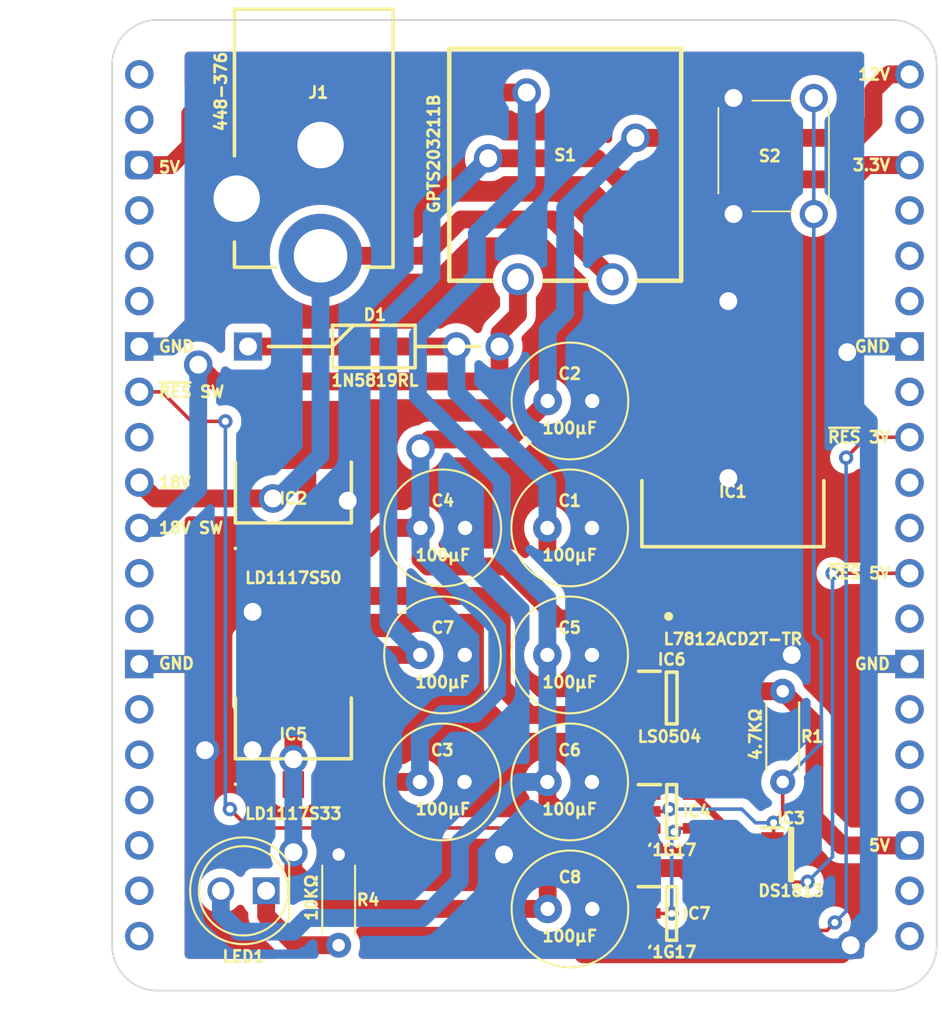
<source format=kicad_pcb>
(kicad_pcb (version 20241229) (generator "pcbnew") (generator_version "9.0")
  (title_block (title "Power and Reset") (date "2025-04-23") (rev "V1"))
  (layers (0 "F.Cu" signal) (2 "B.Cu" signal) (5 "F.SilkS" user "F.Silkscreen") (7 "B.SilkS" user "B.Silkscreen") (1 "F.Mask" user) (3 "B.Mask" user) (25 "Edge.Cuts" user))
  (net 0 "")
  (net 1 "/5V")
  (net 2 "/GND")
  (net 3 "/3.3V")
  (net 4 "/12V")
  (net 7 "Net-(LED1-K)")
  (net 12 "/18V")
  (net 13 "/18V Switched")
  (net 14 "/18V Source")
  (net 37 "/5V Unprotected")
  (net 38 "/~{Reset}_{5V}")
  (net 39 "/~{Reset}_{3.3V}")
  (net 41 "/~{Reset} SW")
  (footprint "SamacSys_Parts:DTS62NV" (layer "F.Cu") (at 33.31 7.822 90)
    (property "Reference" "S2" (at 3.25 2.032 180) (layer "F.SilkS") (effects (font (size 0.635 0.635) (thickness 0.15) (bold yes))))
    (property "Value" "DTS-62N-V" (hide yes))
    (pad "1" thru_hole rect (at 0 0 90) (size 1.575 1.575) (drill 1) (layers "*.Cu" "*.Mask") (net 2 "/GND"))
    (pad "2" thru_hole circle (at 6.5 0 90) (size 1.575 1.575) (drill 1) (layers "*.Cu" "*.Mask") (net 2 "/GND"))
    (pad "3" thru_hole circle (at 0 4.500001 90) (size 1.575 1.575) (drill 1) (layers "*.Cu" "*.Mask") (net 41 "/~{Reset} SW"))
    (pad "4" thru_hole circle (at 6.500001 4.5 90) (size 1.575 1.575) (drill 1) (layers "*.Cu" "*.Mask") (net 41 "/~{Reset} SW"))
  )
  (footprint "SamacSys_Parts:LED_D5.0mm" (layer "F.Cu") (at 7.112 45.72 180)
    (property "Reference" "LED1" (at 1.27 -3.683 180) (layer "F.SilkS") (effects (font (size 0.635 0.635))))
    (property "Value" "LED_Small_Filled")
    (pad "1" thru_hole rect (at 0 0 180) (size 1.5 1.5) (drill 1) (layers "*.Cu" "*.Mask") (net 7 "Net-(LED1-K)"))
    (pad "2" thru_hole circle (at 2.54 0 180) (size 1.5 1.5) (drill 1) (layers "*.Cu" "*.Mask") (net 1 "/5V"))
  )
  (footprint "SamacSys_Parts:CP_Radial_D6.3mm_P2.50mm" (layer "F.Cu") (at 22.892 46.736)
    (property "Reference" "C8" (at 1.25 -1.778 0) (layer "F.SilkS") (effects (font (size 0.635 0.635))))
    (property "Value" "100μF" (at 1.238 1.524 0) (layer "F.SilkS") (effects (font (size 0.635 0.635))))
    (pad "1" thru_hole circle (at 0 0) (size 1.6 1.6) (drill 0.8) (layers "*.Cu" "*.Mask") (net 3 "/3.3V"))
    (pad "2" thru_hole circle (at 2.5 0) (size 1.6 1.6) (drill 0.8) (layers "*.Cu" "*.Mask") (net 2 "/GND"))
  )
  (footprint "SamacSys_Parts:R_Axial_DIN0204_L3.6mm_D1.6mm_P5.08mm_Horizontal" (layer "F.Cu") (at 11.176 43.688 -90)
    (property "Reference" "R4" (at 2.54 -1.651 0) (layer "F.SilkS") (effects (font (size 0.635 0.635))))
    (property "Value" "10KΩ" (at 2.413 1.524 270) (layer "F.SilkS") (effects (font (size 0.635 0.635))))
    (pad "1" thru_hole circle (at 0 0 270) (size 1.4 1.4) (drill 0.7) (layers "*.Cu" "*.Mask") (net 2 "/GND"))
    (pad "2" thru_hole oval (at 5.08 0 270) (size 1.4 1.4) (drill 0.7) (layers "*.Cu" "*.Mask") (net 7 "Net-(LED1-K)"))
  )
  (footprint "SamacSys_Parts:448376" (layer "F.Cu") (at 10.16 -1.066799 90)
    (property "Reference" "J1" (at -2.082799 -0.127 180) (layer "F.SilkS") (effects (font (size 0.635 0.635) (thickness 0.15) (bold yes))))
    (property "Value" "448-376" (at -2.032 -5.588 90) (layer "F.SilkS") (effects (font (size 0.635 0.635))))
    (pad "INNER" thru_hole circle (at -11.2268 0 90) (size 4.7 4.7) (drill 3) (layers "*.Cu" "*.Mask") (net 14 "/18V Source"))
    (pad "SHL1" thru_hole circle (at -8.0268 -4.7 90) (size 4.15 4.15) (drill 2.6) (layers "*.Cu" "*.Mask") (net 2 "/GND"))
    (pad "SHL2" thru_hole circle (at -5.0268 0 90) (size 4.15 4.15) (drill 2.6) (layers "*.Cu" "*.Mask") (net 2 "/GND"))
  )
  (footprint "SamacSys_Parts:SOT95P275X110-5N" (layer "F.Cu") (at 29.845 41.275)
    (property "Reference" "IC4" (at 1.397 0 0) (layer "F.SilkS") (effects (font (size 0.635 0.635))))
    (property "Value" "74LVC1G17GV,125" (hide yes))
    (property "Silkscreen" "'1G17" (at 0 2.159 0) (layer "F.SilkS") (effects (font (size 0.635 0.635))))
    (pad "1" smd rect (at -1.25 -0.95 90) (size 0.6 1.25) (layers "F.Cu" "F.Mask" "F.Paste"))
    (pad "2" smd rect (at -1.25 0 90) (size 0.6 1.25) (layers "F.Cu" "F.Mask" "F.Paste") (net 41 "/~{Reset} SW"))
    (pad "3" smd rect (at -1.25 0.95 90) (size 0.6 1.25) (layers "F.Cu" "F.Mask" "F.Paste") (net 2 "/GND"))
    (pad "4" smd rect (at 1.25 0.95 90) (size 0.6 1.25) (layers "F.Cu" "F.Mask" "F.Paste") (net 38 "/~{Reset}_{5V}"))
    (pad "5" smd rect (at 1.25 -0.95 90) (size 0.6 1.25) (layers "F.Cu" "F.Mask" "F.Paste") (net 1 "/5V"))
  )
  (footprint "SamacSys_Parts:CP_Radial_D6.3mm_P2.50mm" (layer "F.Cu") (at 22.876 39.624)
    (property "Reference" "C6" (at 1.25 -1.778 0) (layer "F.SilkS") (effects (font (size 0.635 0.635))))
    (property "Value" "100μF" (at 1.25 1.524 0) (layer "F.SilkS") (effects (font (size 0.635 0.635))))
    (pad "1" thru_hole circle (at 0 0) (size 1.6 1.6) (drill 0.8) (layers "*.Cu" "*.Mask") (net 1 "/5V"))
    (pad "2" thru_hole circle (at 2.5 0) (size 1.6 1.6) (drill 0.8) (layers "*.Cu" "*.Mask") (net 2 "/GND"))
  )
  (footprint "SamacSys_Parts:DIOAD1414W86L464D238" (layer "F.Cu") (at 6.096 15.24)
    (property "Reference" "D1" (at 7.112 -1.778 0) (layer "F.SilkS") (effects (font (size 0.635 0.635))))
    (property "Value" "1N5819RL" (at 7.112 1.905 0) (layer "F.SilkS") (effects (font (size 0.635 0.635))))
    (pad "1" thru_hole rect (at 0 0) (size 1.575 1.575) (drill 1) (layers "*.Cu" "*.Mask") (net 12 "/18V"))
    (pad "2" thru_hole circle (at 14.1 0) (size 1.575 1.575) (drill 1) (layers "*.Cu" "*.Mask") (net 13 "/18V Switched"))
  )
  (footprint "SamacSys_Parts:LD1117S33C" (layer "F.Cu") (at 8.636 23.368)
    (property "Reference" "IC2" (at 0 0.381 0) (layer "F.SilkS") (effects (font (size 0.635 0.635))))
    (property "Value" "LD1117S50C" (hide yes))
    (property "Silkscreen" "LD1117S50" (at 0 4.826 0) (layer "F.SilkS") (effects (font (size 0.635 0.635))))
    (pad "1" smd rect (at -2.3 3.2) (size 1.2 1.5) (layers "F.Cu" "F.Mask" "F.Paste") (net 2 "/GND"))
    (pad "2" smd rect (at 0 3.2) (size 1.2 1.5) (layers "F.Cu" "F.Mask" "F.Paste") (net 37 "/5V Unprotected"))
    (pad "3" smd rect (at 2.3 3.2) (size 1.2 1.5) (layers "F.Cu" "F.Mask" "F.Paste") (net 4 "/12V"))
    (pad "4" smd rect (at 0 -3.175 90) (size 3.81 5.842) (layers "F.Cu" "F.Mask" "F.Paste") (net 37 "/5V Unprotected"))
  )
  (footprint "SamacSys_Parts:CP_Radial_D6.3mm_P2.50mm" (layer "F.Cu") (at 15.748 32.512)
    (property "Reference" "C7" (at 1.27 -1.524 0) (layer "F.SilkS") (effects (font (size 0.635 0.635))))
    (property "Value" "100μF" (at 1.25 1.524 0) (layer "F.SilkS") (effects (font (size 0.635 0.635))))
    (pad "1" thru_hole circle (at 0 0) (size 1.6 1.6) (drill 0.8) (layers "*.Cu" "*.Mask") (net 3 "/3.3V"))
    (pad "2" thru_hole circle (at 2.5 0) (size 1.6 1.6) (drill 0.8) (layers "*.Cu" "*.Mask") (net 2 "/GND"))
  )
  (footprint "SamacSys_Parts:CP_Radial_D6.3mm_P2.50mm" (layer "F.Cu") (at 22.876 25.4)
    (property "Reference" "C1" (at 1.254 -1.524 0) (layer "F.SilkS") (effects (font (size 0.635 0.635))))
    (property "Value" "100μF" (at 1.25 1.524 0) (layer "F.SilkS") (effects (font (size 0.635 0.635))))
    (pad "1" thru_hole circle (at 0 0) (size 1.6 1.6) (drill 0.8) (layers "*.Cu" "*.Mask") (net 12 "/18V"))
    (pad "2" thru_hole circle (at 2.5 0) (size 1.6 1.6) (drill 0.8) (layers "*.Cu" "*.Mask") (net 2 "/GND"))
  )
  (footprint "SamacSys_Parts:R_Axial_DIN0204_L3.6mm_D1.6mm_P5.08mm_Horizontal" (layer "F.Cu") (at 36.068 34.544 -90)
    (property "Reference" "R1" (at 2.54 -1.651 0) (layer "F.SilkS") (effects (font (size 0.635 0.635))))
    (property "Value" "4.7KΩ" (at 2.413 1.524 270) (layer "F.SilkS") (effects (font (size 0.635 0.635))))
    (pad "1" thru_hole circle (at 0 0 270) (size 1.4 1.4) (drill 0.7) (layers "*.Cu" "*.Mask") (net 1 "/5V"))
    (pad "2" thru_hole oval (at 5.08 0 270) (size 1.4 1.4) (drill 0.7) (layers "*.Cu" "*.Mask") (net 41 "/~{Reset} SW"))
  )
  (footprint "SamacSys_Parts:SOT95P237X112-3N" (layer "F.Cu") (at 36.542 43.688)
    (property "Reference" "IC3" (at 0 -2.032 0) (layer "F.SilkS") (effects (font (size 0.635 0.635))))
    (property "Value" "DS1813R-10+T&R" (hide yes))
    (fp_text user "${Silkscreen}" (at 0 2.032 0) (layer "F.SilkS") (effects (font (size 0.635 0.635))))
    (pad "1" smd rect (at -1.05 -0.95 90) (size 0.6 1.25) (layers "F.Cu" "F.Mask" "F.Paste") (net 41 "/~{Reset} SW"))
    (pad "2" smd rect (at -1.05 0.95 90) (size 0.6 1.25) (layers "F.Cu" "F.Mask" "F.Paste") (net 1 "/5V"))
    (pad "3" smd rect (at 1.05 0 90) (size 0.6 1.25) (layers "F.Cu" "F.Mask" "F.Paste") (net 2 "/GND"))
  )
  (footprint "SamacSys_Parts:CP_Radial_D6.3mm_P2.50mm" (layer "F.Cu") (at 22.876 32.512)
    (property "Reference" "C5" (at 1.25 -1.524 0) (layer "F.SilkS") (effects (font (size 0.635 0.635))))
    (property "Value" "100μF" (at 1.254 1.524 0) (layer "F.SilkS") (effects (font (size 0.635 0.635))))
    (pad "1" thru_hole circle (at 0 0) (size 1.6 1.6) (drill 0.8) (layers "*.Cu" "*.Mask") (net 1 "/5V"))
    (pad "2" thru_hole circle (at 2.5 0) (size 1.6 1.6) (drill 0.8) (layers "*.Cu" "*.Mask") (net 2 "/GND"))
  )
  (footprint "SamacSys_Parts:GPTS203211B" (layer "F.Cu") (at 23.876 11.557 -90)
    (property "Reference" "S1" (at -7.033 0 0) (layer "F.SilkS") (effects (font (size 0.635 0.635) (thickness 0.15) (bold yes))))
    (property "Value" "GPTS203211B" (hide yes))
    (fp_text user "${Silkscreen}" (at -7.112 7.366 270) (layer "F.SilkS") (effects (font (size 0.635 0.635))))
    (pad "1" thru_hole circle (at -0.081 2.65 270) (size 1.8 1.8) (drill 1.2) (layers "*.Cu" "*.Mask") (net 13 "/18V Switched"))
    (pad "2" thru_hole circle (at -0.081 -2.65 270) (size 1.8 1.8) (drill 1.2) (layers "*.Cu" "*.Mask") (net 14 "/18V Source"))
  )
  (footprint "SamacSys_Parts:SIP_20_Pins" (layer "F.Cu") (at 0 0)
    (property "Reference" "J2" (hide yes))
    (property "Value" "Conn_01x20" (hide yes))
    (pad "1" thru_hole circle (at 0 0) (size 1.6 1.6) (drill 1) (layers "*.Cu" "*.Mask"))
    (pad "2" thru_hole oval (at 0 2.54) (size 1.6 1.6) (drill 1) (layers "*.Cu" "*.Mask"))
    (pad "3" thru_hole roundrect (at 0 5.08) (size 1.6 1.6) (drill 1) (layers "*.Cu" "*.Mask") (net 1 "/5V"))
    (pad "4" thru_hole oval (at 0 7.62) (size 1.6 1.6) (drill 1) (layers "*.Cu" "*.Mask"))
    (pad "5" thru_hole oval (at 0 10.16) (size 1.6 1.6) (drill 1) (layers "*.Cu" "*.Mask"))
    (pad "6" thru_hole oval (at 0 12.7) (size 1.6 1.6) (drill 1) (layers "*.Cu" "*.Mask"))
    (pad "7" thru_hole rect (at 0 15.24) (size 1.6 1.6) (drill 1) (layers "*.Cu" "*.Mask") (net 2 "/GND"))
    (pad "8" thru_hole oval (at 0 17.78) (size 1.6 1.6) (drill 1) (layers "*.Cu" "*.Mask") (net 41 "/~{Reset} SW"))
    (pad "9" thru_hole oval (at 0 20.32) (size 1.6 1.6) (drill 1) (layers "*.Cu" "*.Mask"))
    (pad "10" thru_hole oval (at 0 22.86) (size 1.6 1.6) (drill 1) (layers "*.Cu" "*.Mask") (net 14 "/18V Source"))
    (pad "11" thru_hole oval (at 0 25.4) (size 1.6 1.6) (drill 1) (layers "*.Cu" "*.Mask") (net 13 "/18V Switched"))
    (pad "12" thru_hole oval (at 0 27.94) (size 1.6 1.6) (drill 1) (layers "*.Cu" "*.Mask"))
    (pad "13" thru_hole oval (at 0 30.48) (size 1.6 1.6) (drill 1) (layers "*.Cu" "*.Mask"))
    (pad "14" thru_hole rect (at 0 33.02) (size 1.6 1.6) (drill 1) (layers "*.Cu" "*.Mask") (net 2 "/GND"))
    (pad "15" thru_hole oval (at 0 35.56) (size 1.6 1.6) (drill 1) (layers "*.Cu" "*.Mask"))
    (pad "16" thru_hole oval (at 0 38.1) (size 1.6 1.6) (drill 1) (layers "*.Cu" "*.Mask"))
    (pad "17" thru_hole oval (at 0 40.64) (size 1.6 1.6) (drill 1) (layers "*.Cu" "*.Mask"))
    (pad "18" thru_hole oval (at 0 43.18) (size 1.6 1.6) (drill 1) (layers "*.Cu" "*.Mask"))
    (pad "19" thru_hole oval (at 0 45.72) (size 1.6 1.6) (drill 1) (layers "*.Cu" "*.Mask"))
    (pad "20" thru_hole oval (at 0 48.26) (size 1.6 1.6) (drill 1) (layers "*.Cu" "*.Mask"))
  )
  (footprint "SamacSys_Parts:CP_Radial_D6.3mm_P2.50mm" (layer "F.Cu") (at 15.764 25.4)
    (property "Reference" "C4" (at 1.254 -1.524 0) (layer "F.SilkS") (effects (font (size 0.635 0.635))))
    (property "Value" "100μF" (at 1.25 1.524 0) (layer "F.SilkS") (effects (font (size 0.635 0.635))))
    (pad "1" thru_hole circle (at 0 0) (size 1.6 1.6) (drill 0.8) (layers "*.Cu" "*.Mask") (net 4 "/12V"))
    (pad "2" thru_hole circle (at 2.5 0) (size 1.6 1.6) (drill 0.8) (layers "*.Cu" "*.Mask") (net 2 "/GND"))
  )
  (footprint "SamacSys_Parts:CP_Radial_D6.3mm_P2.50mm" (layer "F.Cu") (at 15.732 39.624)
    (property "Reference" "C3" (at 1.25 -1.778 0) (layer "F.SilkS") (effects (font (size 0.635 0.635))))
    (property "Value" "100μF" (at 1.286 1.524 0) (layer "F.SilkS") (effects (font (size 0.635 0.635))))
    (pad "1" thru_hole circle (at 0 0) (size 1.6 1.6) (drill 0.8) (layers "*.Cu" "*.Mask") (net 4 "/12V"))
    (pad "2" thru_hole circle (at 2.5 0) (size 1.6 1.6) (drill 0.8) (layers "*.Cu" "*.Mask") (net 2 "/GND"))
  )
  (footprint "SamacSys_Parts:LD1117S33C" (layer "F.Cu") (at 8.636 36.576)
    (property "Reference" "IC5" (at 0 0.381 0) (layer "F.SilkS") (effects (font (size 0.635 0.635))))
    (property "Value" "LD1117S33C" (hide yes))
    (property "Silkscreen" "LD1117S33" (at 0 4.826 0) (layer "F.SilkS") (effects (font (size 0.635 0.635))))
    (pad "1" smd rect (at -2.3 3.2) (size 1.2 1.5) (layers "F.Cu" "F.Mask" "F.Paste") (net 2 "/GND"))
    (pad "2" smd rect (at 0 3.2) (size 1.2 1.5) (layers "F.Cu" "F.Mask" "F.Paste") (net 3 "/3.3V"))
    (pad "3" smd rect (at 2.3 3.2) (size 1.2 1.5) (layers "F.Cu" "F.Mask" "F.Paste") (net 4 "/12V"))
    (pad "4" smd rect (at 0 -3.175 90) (size 3.81 5.842) (layers "F.Cu" "F.Mask" "F.Paste") (net 3 "/3.3V"))
  )
  (footprint "SamacSys_Parts:SIP_20_Pins" (layer "F.Cu") (at 43.18 48.26 180)
    (property "Reference" "J3" (hide yes))
    (property "Value" "Conn_01x20" (hide yes))
    (pad "1" thru_hole circle (at 0 0 180) (size 1.6 1.6) (drill 1) (layers "*.Cu" "*.Mask"))
    (pad "2" thru_hole oval (at 0 2.54 180) (size 1.6 1.6) (drill 1) (layers "*.Cu" "*.Mask"))
    (pad "3" thru_hole roundrect (at 0 5.08 180) (size 1.6 1.6) (drill 1) (layers "*.Cu" "*.Mask") (net 1 "/5V"))
    (pad "4" thru_hole oval (at 0 7.62 180) (size 1.6 1.6) (drill 1) (layers "*.Cu" "*.Mask"))
    (pad "5" thru_hole oval (at 0 10.16 180) (size 1.6 1.6) (drill 1) (layers "*.Cu" "*.Mask"))
    (pad "6" thru_hole oval (at 0 12.7 180) (size 1.6 1.6) (drill 1) (layers "*.Cu" "*.Mask"))
    (pad "7" thru_hole rect (at 0 15.24 180) (size 1.6 1.6) (drill 1) (layers "*.Cu" "*.Mask") (net 2 "/GND"))
    (pad "8" thru_hole oval (at 0 17.78 180) (size 1.6 1.6) (drill 1) (layers "*.Cu" "*.Mask"))
    (pad "9" thru_hole oval (at 0 20.32 180) (size 1.6 1.6) (drill 1) (layers "*.Cu" "*.Mask") (net 38 "/~{Reset}_{5V}"))
    (pad "10" thru_hole oval (at 0 22.86 180) (size 1.6 1.6) (drill 1) (layers "*.Cu" "*.Mask"))
    (pad "11" thru_hole oval (at 0 25.4 180) (size 1.6 1.6) (drill 1) (layers "*.Cu" "*.Mask"))
    (pad "12" thru_hole oval (at 0 27.94 180) (size 1.6 1.6) (drill 1) (layers "*.Cu" "*.Mask") (net 39 "/~{Reset}_{3.3V}"))
    (pad "13" thru_hole oval (at 0 30.48 180) (size 1.6 1.6) (drill 1) (layers "*.Cu" "*.Mask"))
    (pad "14" thru_hole rect (at 0 33.02 180) (size 1.6 1.6) (drill 1) (layers "*.Cu" "*.Mask") (net 2 "/GND"))
    (pad "15" thru_hole oval (at 0 35.56 180) (size 1.6 1.6) (drill 1) (layers "*.Cu" "*.Mask"))
    (pad "16" thru_hole oval (at 0 38.1 180) (size 1.6 1.6) (drill 1) (layers "*.Cu" "*.Mask"))
    (pad "17" thru_hole oval (at 0 40.64 180) (size 1.6 1.6) (drill 1) (layers "*.Cu" "*.Mask"))
    (pad "18" thru_hole oval (at 0 43.18 180) (size 1.6 1.6) (drill 1) (layers "*.Cu" "*.Mask") (net 3 "/3.3V"))
    (pad "19" thru_hole oval (at 0 45.72 180) (size 1.6 1.6) (drill 1) (layers "*.Cu" "*.Mask"))
    (pad "20" thru_hole oval (at 0 48.26 180) (size 1.6 1.6) (drill 1) (layers "*.Cu" "*.Mask") (net 4 "/12V"))
  )
  (footprint "SamacSys_Parts:CP_Radial_D6.3mm_P2.50mm" (layer "F.Cu") (at 22.891999 18.288)
    (property "Reference" "C2" (at 1.238001 -1.524 0) (layer "F.SilkS") (effects (font (size 0.635 0.635))))
    (property "Value" "100μF" (at 1.238001 1.524 0) (layer "F.SilkS") (effects (font (size 0.635 0.635))))
    (pad "1" thru_hole circle (at 0 0) (size 1.6 1.6) (drill 0.8) (layers "*.Cu" "*.Mask") (net 4 "/12V"))
    (pad "2" thru_hole circle (at 2.5 0) (size 1.6 1.6) (drill 0.8) (layers "*.Cu" "*.Mask") (net 2 "/GND"))
  )
  (footprint "SamacSys_Parts:SOT95P280X145-3N" (layer "F.Cu") (at 29.845 34.925)
    (property "Reference" "IC6" (at 0 -2.159 0) (layer "F.SilkS") (effects (font (size 0.635 0.635))))
    (property "Value" "LS0504EVT233" (hide yes))
    (property "Silkscreen" "LS0504" (at -0.127 2.159 0) (layer "F.SilkS") (effects (font (size 0.635 0.635))))
    (pad "1" smd rect (at -1.25 -0.95 90) (size 0.6 1.2) (layers "F.Cu" "F.Mask" "F.Paste") (net 2 "/GND"))
    (pad "2" smd rect (at -1.25 0.95 90) (size 0.6 1.2) (layers "F.Cu" "F.Mask" "F.Paste") (net 37 "/5V Unprotected"))
    (pad "3" smd rect (at 1.25 0 90) (size 0.6 1.2) (layers "F.Cu" "F.Mask" "F.Paste") (net 1 "/5V"))
  )
  (footprint "SamacSys_Parts:SOT95P275X110-5N" (layer "F.Cu") (at 29.845 46.99)
    (property "Reference" "IC7" (at 1.397 0 0) (layer "F.SilkS") (effects (font (size 0.635 0.635))))
    (property "Value" "74LVC1G17GV,125" (hide yes))
    (property "Silkscreen" "'1G17" (at 0 2.159 0) (layer "F.SilkS") (effects (font (size 0.635 0.635))))
    (pad "1" smd rect (at -1.25 -0.95 90) (size 0.6 1.25) (layers "F.Cu" "F.Mask" "F.Paste"))
    (pad "2" smd rect (at -1.25 0 90) (size 0.6 1.25) (layers "F.Cu" "F.Mask" "F.Paste") (net 38 "/~{Reset}_{5V}"))
    (pad "3" smd rect (at -1.25 0.95 90) (size 0.6 1.25) (layers "F.Cu" "F.Mask" "F.Paste") (net 2 "/GND"))
    (pad "4" smd rect (at 1.25 0.95 90) (size 0.6 1.25) (layers "F.Cu" "F.Mask" "F.Paste") (net 39 "/~{Reset}_{3.3V}"))
    (pad "5" smd rect (at 1.25 -0.95 90) (size 0.6 1.25) (layers "F.Cu" "F.Mask" "F.Paste") (net 3 "/3.3V"))
  )
  (footprint "SamacSys_Parts:TO254P1542X460-3N" (layer "F.Cu") (at 33.274 22.352)
    (property "Reference" "IC1" (at 0 1.016 180) (layer "F.SilkS") (effects (font (size 0.635 0.635))))
    (property "Value" "L7812ACD2T-TR" (hide yes))
    (property "Silkscreen" "L7812ACD2T-TR" (at 0 9.271 180) (layer "F.SilkS") (effects (font (size 0.635 0.635))))
    (pad "1" smd rect (at -2.4215 6.4 180) (size 1.287 3.75) (layers "F.Cu" "F.Mask" "F.Paste") (net 12 "/18V"))
    (pad "2" smd rect (at 0.0085 6.35 180) (size 1.033 1.89) (layers "F.Cu" "F.Mask" "F.Paste"))
    (pad "3" smd rect (at 2.4215 6.4 180) (size 1.287 3.75) (layers "F.Cu" "F.Mask" "F.Paste") (net 4 "/12V"))
    (pad "4" smd rect (at 0 -4.1 90) (size 8.3 10.5) (layers "F.Cu" "F.Mask" "F.Paste") (net 2 "/GND"))
  )
  (footprint "SamacSys_Parts:PinHeader_1x20_P2.54mm_Vertical" (layer "B.Cu") (at 0 0 180)
    (property "Reference" "J4" (hide yes))
    (property "Value" "Pin_Header_01x20" (hide yes))
  )
  (footprint "SamacSys_Parts:PinHeader_1x20_P2.54mm_Vertical" (layer "B.Cu") (at 43.18 0 180)
    (property "Reference" "J5" (hide yes))
    (property "Value" "Pin_Header_01x20" (hide yes))
  )
  (gr_arc (start -1.524 -0.508) (mid -0.780051 -2.304051) (end 1.016 -3.048) (stroke (width 0.1)) (layer "Edge.Cuts"))
  (gr_line (start -1.524 -0.508) (end -1.524 48.768) (stroke (width 0.1)) (layer "Edge.Cuts"))
  (gr_arc (start 1.016 51.308) (mid -0.780051 50.564051) (end -1.524 48.768) (stroke (width 0.1)) (layer "Edge.Cuts"))
  (gr_arc (start 44.704 48.768) (mid 43.960051 50.564051) (end 42.164 51.308) (stroke (width 0.1)) (layer "Edge.Cuts"))
  (gr_line (start 42.164 51.308) (end 1.016 51.308) (stroke (width 0.1)) (layer "Edge.Cuts"))
  (gr_line (start 42.164 -3.048) (end 1.016 -3.048) (stroke (width 0.1)) (layer "Edge.Cuts"))
  (gr_arc (start 42.164 -3.048) (mid 43.960022 -2.304022) (end 44.704 -0.508) (stroke (width 0.1)) (layer "Edge.Cuts"))
  (gr_line (start 44.704 -0.508) (end 44.704 48.768) (stroke (width 0.1)) (layer "Edge.Cuts"))
  (gr_text "3.3V" (at 42.164 5.08 0) (layer "F.SilkS") (effects (font (size 0.635 0.635) (thickness 0.15) (bold yes)) (justify right)))
  (gr_text "~{RES} SW" (at 1.016 17.78 0) (layer "F.SilkS") (effects (font (size 0.635 0.635) (thickness 0.15) (bold yes)) (justify left)))
  (gr_text "GND" (at 42.164 15.24 0) (layer "F.SilkS") (effects (font (size 0.635 0.635) (thickness 0.15) (bold yes)) (justify right)))
  (gr_text "18V SW" (at 1.016 25.4 0) (layer "F.SilkS") (effects (font (size 0.635 0.635) (thickness 0.15) (bold yes)) (justify left)))
  (gr_text "5V" (at 42.164 43.18 0) (layer "F.SilkS") (effects (font (size 0.635 0.635) (thickness 0.15) (bold yes)) (justify right)))
  (gr_text "12V" (at 42.164 0 0) (layer "F.SilkS") (effects (font (size 0.635 0.635) (thickness 0.15) (bold yes)) (justify right)))
  (gr_text "18V" (at 1.016 22.86 0) (layer "F.SilkS") (effects (font (size 0.635 0.635) (thickness 0.15) (bold yes)) (justify left)))
  (gr_text "~{RES} 5V" (at 42.164 27.94 0) (layer "F.SilkS") (effects (font (size 0.635 0.635) (thickness 0.15) (bold yes)) (justify right)))
  (gr_text "GND" (at 42.164 33.02 0) (layer "F.SilkS") (effects (font (size 0.635 0.635) (thickness 0.15) (bold yes)) (justify right)))
  (gr_text "5V" (at 1.016 5.207 0) (layer "F.SilkS") (effects (font (size 0.635 0.635) (thickness 0.15) (bold yes)) (justify left)))
  (gr_text "GND" (at 1.016 15.24 0) (layer "F.SilkS") (effects (font (size 0.635 0.635) (thickness 0.15) (bold yes)) (justify left)))
  (gr_text "GND" (at 1.016 32.9946 0) (layer "F.SilkS") (effects (font (size 0.635 0.635) (thickness 0.15) (bold yes)) (justify left)))
  (gr_text "~{RES} 3V" (at 42.164 20.32 0) (layer "F.SilkS") (effects (font (size 0.635 0.635) (thickness 0.15) (bold yes)) (justify right)))
  (segment (start 37.846 36.322) (end 36.068 34.544) (width 1) (layer "F.Cu") (net 1))
  (segment (start 31.095 40.325) (end 31.095 38.227) (width 0.38) (layer "F.Cu") (net 1))
  (segment (start 4.064 1.016) (end 21.717004 1.016) (width 1) (layer "F.Cu") (net 1))
  (segment (start 0 5.08) (end 1.778 5.08) (width 1) (layer "F.Cu") (net 1))
  (segment (start 39.37 43.18) (end 39.37 43.141) (width 1) (layer "F.Cu") (net 1))
  (segment (start 1.778 5.08) (end 2.8575 4.0005) (width 1) (layer "F.Cu") (net 1))
  (segment (start 2.8575 4.0005) (end 2.8575 2.2225) (width 1) (layer "F.Cu") (net 1))
  (segment (start 26.162 41.148) (end 27.178 40.132) (width 1) (layer "F.Cu") (net 1))
  (segment (start 32.639 34.925) (end 33.02 34.544) (width 1) (layer "F.Cu") (net 1))
  (segment (start 2.8575 2.2225) (end 4.064 1.016) (width 1) (layer "F.Cu") (net 1))
  (segment (start 27.178 38.862) (end 27.813 38.227) (width 1) (layer "F.Cu") (net 1))
  (segment (start 27.813 38.227) (end 31.095 38.227) (width 1) (layer "F.Cu") (net 1))
  (segment (start 31.095 34.925) (end 32.639 34.925) (width 1) (layer "F.Cu") (net 1))
  (segment (start 43.18 43.18) (end 39.37 43.18) (width 1) (layer "F.Cu") (net 1))
  (segment (start 39.37 43.141) (end 37.846 41.617) (width 1) (layer "F.Cu") (net 1))
  (segment (start 22.876 39.624) (end 22.876 40.656) (width 1) (layer "F.Cu") (net 1))
  (segment (start 22.876 40.656) (end 23.368 41.148) (width 1) (layer "F.Cu") (net 1))
  (segment (start 27.178 40.132) (end 27.178 38.862) (width 1) (layer "F.Cu") (net 1))
  (segment (start 37.846 41.617) (end 37.846 36.322) (width 1) (layer "F.Cu") (net 1))
  (segment (start 35.408 44.638) (end 31.095 40.325) (width 0.38) (layer "F.Cu") (net 1))
  (segment (start 23.368 41.148) (end 26.162 41.148) (width 1) (layer "F.Cu") (net 1))
  (segment (start 31.095 34.925) (end 31.095 38.227) (width 1) (layer "F.Cu") (net 1))
  (segment (start 36.068 34.544) (end 33.02 34.544) (width 1) (layer "F.Cu") (net 1))
  (via (at 21.717004 1.016) (size 1.6) (drill 1) (layers "F.Cu" "B.Cu") (net 1))
  (segment (start 22.876 29.353) (end 20.32 26.797) (width 1) (layer "B.Cu") (net 1))
  (segment (start 22.876 32.512) (end 22.876 29.353) (width 1) (layer "B.Cu") (net 1))
  (segment (start 21.717004 6.095996) (end 21.717004 1.016) (width 1) (layer "B.Cu") (net 1))
  (segment (start 20.32 22.733) (end 15.621 18.034) (width 1) (layer "B.Cu") (net 1))
  (segment (start 18.923 8.89) (end 21.717004 6.095996) (width 1) (layer "B.Cu") (net 1))
  (segment (start 21.336 39.624) (end 22.876 39.624) (width 1) (layer "B.Cu") (net 1))
  (segment (start 5.588 48.006) (end 8.636 48.006) (width 1) (layer "B.Cu") (net 1))
  (segment (start 9.398 47.244) (end 15.875 47.244) (width 1) (layer "B.Cu") (net 1))
  (segment (start 8.636 48.006) (end 9.398 47.244) (width 1) (layer "B.Cu") (net 1))
  (segment (start 17.9705 42.9895) (end 21.336 39.624) (width 1) (layer "B.Cu") (net 1))
  (segment (start 22.876 39.624) (end 22.876 32.512) (width 1) (layer "B.Cu") (net 1))
  (segment (start 4.572 45.72) (end 4.572 46.99) (width 1) (layer "B.Cu") (net 1))
  (segment (start 20.32 26.797) (end 20.32 22.733) (width 1) (layer "B.Cu") (net 1))
  (segment (start 4.572 46.99) (end 5.588 48.006) (width 1) (layer "B.Cu") (net 1))
  (segment (start 15.621 18.034) (end 15.621 14.605) (width 1) (layer "B.Cu") (net 1))
  (segment (start 15.875 47.244) (end 17.9705 45.1485) (width 1) (layer "B.Cu") (net 1))
  (segment (start 15.621 14.605) (end 18.923 11.303) (width 1) (layer "B.Cu") (net 1))
  (segment (start 17.9705 45.1485) (end 17.9705 42.9895) (width 1) (layer "B.Cu") (net 1))
  (segment (start 18.923 11.303) (end 18.923 8.89) (width 1) (layer "B.Cu") (net 1))
  (segment (start 38.608 44.704) (end 37.592 43.688) (width 0.38) (layer "F.Cu") (net 2))
  (segment (start 25.376 39.624) (end 25.376 38.632) (width 0.38) (layer "F.Cu") (net 2))
  (segment (start 1.772415 15.24) (end 5.46 11.552415) (width 1) (layer "F.Cu") (net 2))
  (segment (start 33.02 22.606) (end 33.02 24.257) (width 1) (layer "F.Cu") (net 2))
  (segment (start 33.31 1.322) (end 24.713 1.322) (width 1) (layer "F.Cu") (net 2))
  (segment (start 33.02 24.257) (end 31.877 25.4) (width 1) (layer "F.Cu") (net 2))
  (segment (start 33.31 7.822) (end 25.856 7.822) (width 1) (layer "F.Cu") (net 2))
  (segment (start 28.194 49.276) (end 24.892 49.276) (width 1) (layer "F.Cu") (net 2))
  (segment (start 4.572 30.099) (end 6.35 30.099) (width 1) (layer "F.Cu") (net 2))
  (segment (start 32.004 43.434) (end 32.766 44.196) (width 0.38) (layer "F.Cu") (net 2))
  (segment (start 39.878 48.768) (end 39.37 49.276) (width 1) (layer "F.Cu") (net 2))
  (segment (start 6.35 37.846) (end 6.35 39.762) (width 1) (layer "F.Cu") (net 2))
  (segment (start 6.336 30.085) (end 6.35 30.099) (width 1) (layer "F.Cu") (net 2))
  (segment (start 31.877 25.4) (end 25.376 25.4) (width 1) (layer "F.Cu") (net 2))
  (segment (start 43.18 33.02) (end 39.5732 33.02) (width 1) (layer "F.Cu") (net 2))
  (segment (start 38.608 45.72) (end 38.608 46.228) (width 0.38) (layer "F.Cu") (net 2))
  (segment (start 27.498 42.225) (end 26.67 43.053) (width 0.38) (layer "F.Cu") (net 2))
  (segment (start 33.274 18.252) (end 39.406 18.252) (width 1) (layer "F.Cu") (net 2))
  (segment (start 32.766 44.196) (end 32.766 45.72) (width 0.38) (layer "F.Cu") (net 2))
  (segment (start 39.6875 15.5575) (end 40.005 15.24) (width 1) (layer "F.Cu") (net 2))
  (segment (start 21.082 43.053) (end 20.447 43.688) (width 0.38) (layer "F.Cu") (net 2))
  (segment (start 24.511 6.477) (end 17.225998 6.477) (width 1) (layer "F.Cu") (net 2))
  (segment (start 40.386 48.26) (end 40.386 45.72) (width 0.38) (layer "F.Cu") (net 2))
  (segment (start 36.576 32.512) (end 39.0652 32.512) (width 1) (layer "F.Cu") (net 2))
  (segment (start 38.608 46.228) (end 38.1 46.736) (width 0.38) (layer "F.Cu") (net 2))
  (segment (start 14.708999 3.960001) (end 10.16 3.960001) (width 1) (layer "F.Cu") (net 2))
  (segment (start 40.005 15.24) (end 43.18 15.24) (width 1) (layer "F.Cu") (net 2))
  (segment (start 28.595 42.225) (end 27.498 42.225) (width 0.38) (layer "F.Cu") (net 2))
  (segment (start 39.878 48.768) (end 40.386 48.26) (width 0.38) (layer "F.Cu") (net 2))
  (segment (start 28.595 42.225) (end 28.595 42.946) (width 0.38) (layer "F.Cu") (net 2))
  (segment (start 28.595 47.94) (end 28.595 48.875) (width 0.38) (layer "F.Cu") (net 2))
  (segment (start 23.368 2.667) (end 16.002 2.667) (width 1) (layer "F.Cu") (net 2))
  (segment (start 0 15.24) (end 1.772415 15.24) (width 1) (layer "F.Cu") (net 2))
  (segment (start 38.1 46.736) (end 34.544 46.736) (width 0.38) (layer "F.Cu") (net 2))
  (segment (start 0 33.02) (end 3.048 33.02) (width 1) (layer "F.Cu") (net 2))
  (segment (start 24.713 1.322) (end 23.368 2.667) (width 1) (layer "F.Cu") (net 2))
  (segment (start 29.845 36.83) (end 29.845 35.225) (width 0.38) (layer "F.Cu") (net 2))
  (segment (start 17.225998 6.477) (end 14.708999 3.960001) (width 1) (layer "F.Cu") (net 2))
  (segment (start 5.46 4.7) (end 5.46 6.960001) (width 1) (layer "F.Cu") (net 2))
  (segment (start 40.386 45.72) (end 38.608 45.72) (width 0.38) (layer "F.Cu") (net 2))
  (segment (start 24.908 23.003) (end 17.764 23.003) (width 1) (layer "F.Cu") (net 2))
  (segment (start 39.6875 17.9705) (end 39.6875 15.5575) (width 1) (layer "F.Cu") (net 2))
  (segment (start 6.336 26.568) (end 6.336 30.085) (width 1) (layer "F.Cu") (net 2))
  (segment (start 39.406 18.252) (end 39.6875 17.9705) (width 1) (layer "F.Cu") (net 2))
  (segment (start 17.764 23.003) (end 17.764 24.9) (width 1) (layer "F.Cu") (net 2))
  (segment (start 6.35 37.846) (end 3.683 37.846) (width 1) (layer "F.Cu") (net 2))
  (segment (start 25.376 25.4) (end 25.376 23.471) (width 1) (layer "F.Cu") (net 2))
  (segment (start 12.557 23.003) (end 17.764 23.003) (width 1) (layer "F.Cu") (net 2))
  (segment (start 11.684 23.876) (end 12.557 23.003) (width 1) (layer "F.Cu") (net 2))
  (segment (start 25.376 23.471) (end 24.908 23.003) (width 1) (layer "F.Cu") (net 2))
  (segment (start 28.595 48.875) (end 28.194 49.276) (width 0.38) (layer "F.Cu") (net 2))
  (segment (start 25.376 38.632) (end 26.924 37.084) (width 0.38) (layer "F.Cu") (net 2))
  (segment (start 24.892 49.276) (end 24.892 46.736) (width 1) (layer "F.Cu") (net 2))
  (segment (start 39.0652 32.512) (end 39.5732 33.02) (width 1) (layer "F.Cu") (net 2))
  (segment (start 29.083 43.434) (end 32.004 43.434) (width 0.38) (layer "F.Cu") (net 2))
  (segment (start 3.556 31.115) (end 4.572 30.099) (width 1) (layer "F.Cu") (net 2))
  (segment (start 16.002 2.667) (end 14.708999 3.960001) (width 1) (layer "F.Cu") (net 2))
  (segment (start 25.856 7.822) (end 24.511 6.477) (width 1) (layer "F.Cu") (net 2))
  (segment (start 6.199999 3.960001) (end 5.46 4.7) (width 1) (layer "F.Cu") (net 2))
  (segment (start 29.845 35.225) (end 28.595 33.975) (width 0.38) (layer "F.Cu") (net 2))
  (segment (start 3.556 32.512) (end 3.556 31.115) (width 1) (layer "F.Cu") (net 2))
  (segment (start 33.782 46.736) (end 34.544 46.736) (width 0.38) (layer "F.Cu") (net 2))
  (segment (start 28.595 33.975) (end 26.339 33.975) (width 0.38) (layer "F.Cu") (net 2))
  (segment (start 17.764 24.9) (end 18.264 25.4) (width 1) (layer "F.Cu") (net 2))
  (segment (start 3.048 33.02) (end 3.556 32.512) (width 1) (layer "F.Cu") (net 2))
  (segment (start 32.766 45.72) (end 33.782 46.736) (width 0.38) (layer "F.Cu") (net 2))
  (segment (start 26.67 43.053) (end 21.082 43.053) (width 0.38) (layer "F.Cu") (net 2))
  (segment (start 26.339 33.975) (end 24.876 32.512) (width 0.38) (layer "F.Cu") (net 2))
  (segment (start 11.176 43.688) (end 20.447 43.688) (width 1) (layer "F.Cu") (net 2))
  (segment (start 5.46 11.552415) (end 5.46 6.960001) (width 1) (layer "F.Cu") (net 2))
  (segment (start 26.924 37.084) (end 29.591 37.084) (width 0.38) (layer "F.Cu") (net 2))
  (segment (start 33.274 18.252) (end 33.02 17.998) (width 1) (layer "F.Cu") (net 2))
  (segment (start 38.608 45.72) (end 38.608 44.704) (width 0.38) (layer "F.Cu") (net 2))
  (segment (start 33.02 17.998) (end 33.02 12.7) (width 1) (layer "F.Cu") (net 2))
  (segment (start 29.591 37.084) (end 29.845 36.83) (width 0.38) (layer "F.Cu") (net 2))
  (segment (start 10.16 3.960001) (end 6.199999 3.960001) (width 1) (layer "F.Cu") (net 2))
  (segment (start 28.595 42.946) (end 29.083 43.434) (width 0.38) (layer "F.Cu") (net 2))
  (segment (start 39.37 49.276) (end 28.194 49.276) (width 1) (layer "F.Cu") (net 2))
  (via (at 39.6875 15.5575) (size 1.6) (drill 1) (layers "F.Cu" "B.Cu") (net 2))
  (via (at 3.683 37.846) (size 1.6) (drill 1) (layers "F.Cu" "B.Cu") (net 2))
  (via (at 11.684 23.876) (size 1.6) (drill 1) (layers "F.Cu" "B.Cu") (net 2))
  (via (at 33.02 22.606) (size 1.6) (drill 1) (layers "F.Cu" "B.Cu") (net 2))
  (via (at 39.878 48.768) (size 1.6) (drill 1) (layers "F.Cu" "B.Cu") (net 2))
  (via (at 6.35 37.846) (size 1.6) (drill 1) (layers "F.Cu" "B.Cu") (net 2))
  (via (at 33.02 12.7) (size 1.6) (drill 1) (layers "F.Cu" "B.Cu") (net 2))
  (via (at 20.447 43.688) (size 1.6) (drill 1) (layers "F.Cu" "B.Cu") (net 2))
  (via (at 36.576 32.512) (size 1.6) (drill 1) (layers "F.Cu" "B.Cu") (net 2))
  (via (at 6.35 30.099) (size 1.6) (drill 1) (layers "F.Cu" "B.Cu") (net 2))
  (segment (start 33.31 7.822) (end 33.31 10.632) (width 1) (layer "B.Cu") (net 2))
  (segment (start 6.81 10.208) (end 6.81 7.310001) (width 1) (layer "B.Cu") (net 2))
  (segment (start 40.894 47.752) (end 39.878 48.768) (width 1) (layer "B.Cu") (net 2))
  (segment (start 6.81 7.310001) (end 10.16 3.960001) (width 1) (layer "B.Cu") (net 2))
  (segment (start 6.35 30.099) (end 6.35 29.21) (width 1) (layer "B.Cu") (net 2))
  (segment (start 6.35 30.099) (end 6.35 37.846) (width 1) (layer "B.Cu") (net 2))
  (segment (start 22.90466 43.688) (end 20.447 43.688) (width 1) (layer "B.Cu") (net 2))
  (segment (start 43.18 33.02) (end 40.894 33.02) (width 1) (layer "B.Cu") (net 2))
  (segment (start 22.90466 43.688) (end 25.376 41.21666) (width 1) (layer "B.Cu") (net 2))
  (segment (start 33.31 10.632) (end 33.02 10.922) (width 1) (layer "B.Cu") (net 2))
  (segment (start 3.683 33.782) (end 3.683 37.846) (width 1) (layer "B.Cu") (net 2))
  (segment (start 40.894 33.02) (end 40.894 47.752) (width 1) (layer "B.Cu") (net 2))
  (segment (start 13.843 11.303) (end 13.843 7.643001) (width 1) (layer "B.Cu") (net 2))
  (segment (start 25.376 25.4) (end 25.376 18.303999) (width 1) (layer "B.Cu") (net 2))
  (segment (start 40.005 15.24) (end 39.6875 15.5575) (width 1) (layer "B.Cu") (net 2))
  (segment (start 11.684 13.462) (end 13.843 11.303) (width 1) (layer "B.Cu") (net 2))
  (segment (start 43.18 15.24) (end 40.005 15.24) (width 1) (layer "B.Cu") (net 2))
  (segment (start 25.376 32.512) (end 25.376 25.4) (width 1) (layer "B.Cu") (net 2))
  (segment (start 11.684 23.876) (end 11.684 13.462) (width 1) (layer "B.Cu") (net 2))
  (segment (start 40.894 33.02) (end 40.894 19.431) (width 1) (layer "B.Cu") (net 2))
  (segment (start 24.892 46.736) (end 24.892 45.67534) (width 1) (layer "B.Cu") (net 2))
  (segment (start 33.02 12.7) (end 33.02 22.606) (width 1) (layer "B.Cu") (net 2))
  (segment (start 13.843 7.643001) (end 10.16 3.960001) (width 1) (layer "B.Cu") (net 2))
  (segment (start 2.921 33.02) (end 3.683 33.782) (width 1) (layer "B.Cu") (net 2))
  (segment (start 33.31 7.822) (end 33.31 1.322) (width 1) (layer "B.Cu") (net 2))
  (segment (start 1.778 15.24) (end 6.81 10.208) (width 1) (layer "B.Cu") (net 2))
  (segment (start 0 15.24) (end 1.778 15.24) (width 1) (layer "B.Cu") (net 2))
  (segment (start 33.02 12.7) (end 33.02 10.922) (width 1) (layer "B.Cu") (net 2))
  (segment (start 25.376 32.512) (end 36.576 32.512) (width 1) (layer "B.Cu") (net 2))
  (segment (start 39.6875 18.2245) (end 40.894 19.431) (width 1) (layer "B.Cu") (net 2))
  (segment (start 25.376 41.21666) (end 25.376 32.512) (width 1) (layer "B.Cu") (net 2))
  (segment (start 6.35 29.21) (end 11.684 23.876) (width 1) (layer "B.Cu") (net 2))
  (segment (start 39.6875 15.5575) (end 39.6875 18.2245) (width 1) (layer "B.Cu") (net 2))
  (segment (start 0 33.02) (end 2.921 33.02) (width 1) (layer "B.Cu") (net 2))
  (segment (start 24.892 45.67534) (end 22.90466 43.688) (width 1) (layer "B.Cu") (net 2))
  (segment (start 31.095 46.04) (end 31.095 45.065) (width 1) (layer "F.Cu") (net 3))
  (segment (start 40.804999 5.08) (end 40.005 5.879999) (width 1) (layer "F.Cu") (net 3))
  (segment (start 8.636 33.401) (end 12.446 33.401) (width 1) (layer "F.Cu") (net 3))
  (segment (start 10.795 46.736) (end 8.636 44.577) (width 1) (layer "F.Cu") (net 3))
  (segment (start 22.86 45.085) (end 22.892 45.117) (width 1) (layer "F.Cu") (net 3))
  (segment (start 30.48 44.45) (end 23.495 44.45) (width 1) (layer "F.Cu") (net 3))
  (segment (start 40.005 5.879999) (end 26.834999 5.879999) (width 1) (layer "F.Cu") (net 3))
  (segment (start 8.636 44.577) (end 8.636 43.560996) (width 1) (layer "F.Cu") (net 3))
  (segment (start 31.095 45.065) (end 30.48 44.45) (width 1) (layer "F.Cu") (net 3))
  (segment (start 23.495 44.45) (end 22.86 45.085) (width 1) (layer "F.Cu") (net 3))
  (segment (start 22.892 46.736) (end 10.795 46.736) (width 1) (layer "F.Cu") (net 3))
  (segment (start 43.18 5.08) (end 40.804999 5.08) (width 1) (layer "F.Cu") (net 3))
  (segment (start 13.335 32.512) (end 12.446 33.401) (width 1) (layer "F.Cu") (net 3))
  (segment (start 22.892 45.117) (end 22.892 46.736) (width 1) (layer "F.Cu") (net 3))
  (segment (start 8.636 33.376) (end 8.636 38.354) (width 1) (layer "F.Cu") (net 3))
  (segment (start 15.748 32.512) (end 13.335 32.512) (width 1) (layer "F.Cu") (net 3))
  (segment (start 26.834999 5.879999) (end 25.654 4.699) (width 1) (layer "F.Cu") (net 3))
  (segment (start 25.654 4.699) (end 19.558 4.699) (width 1) (layer "F.Cu") (net 3))
  (segment (start 8.636 38.354) (end 8.636 39.776) (width 1) (layer "F.Cu") (net 3))
  (via (at 8.636 38.354) (size 1.6) (drill 1) (layers "F.Cu" "B.Cu") (net 3))
  (via (at 8.636 43.560996) (size 1.6) (drill 1) (layers "F.Cu" "B.Cu") (net 3))
  (via (at 19.558 4.699) (size 1.6) (drill 1) (layers "F.Cu" "B.Cu") (net 3))
  (segment (start 16.383 7.874) (end 19.558 4.699) (width 1) (layer "B.Cu") (net 3))
  (segment (start 8.636 38.354) (end 8.636 43.560996) (width 1) (layer "B.Cu") (net 3))
  (segment (start 16.383 11.303) (end 16.383 7.874) (width 1) (layer "B.Cu") (net 3))
  (segment (start 15.748 32.512) (end 13.963999 30.727999) (width 1) (layer "B.Cu") (net 3))
  (segment (start 13.963999 13.722001) (end 16.383 11.303) (width 1) (layer "B.Cu") (net 3))
  (segment (start 13.963999 30.727999) (end 13.963999 13.722001) (width 1) (layer "B.Cu") (net 3))
  (segment (start 15.764 25.4) (end 15.764 27.15) (width 1) (layer "F.Cu") (net 4))
  (segment (start 13.487 39.624) (end 13.335 39.776) (width 1) (layer "F.Cu") (net 4))
  (segment (start 16.272 20.447) (end 15.764 20.955) (width 1) (layer "F.Cu") (net 4))
  (segment (start 20.732999 20.447) (end 16.272 20.447) (width 1) (layer "F.Cu") (net 4))
  (segment (start 10.936 26.568) (end 12.802 26.568) (width 1) (layer "F.Cu") (net 4))
  (segment (start 41.153815 2.661185) (end 41.153815 0.894815) (width 1) (layer "F.Cu") (net 4))
  (segment (start 42.04863 0) (end 41.153815 0.894815) (width 1) (layer "F.Cu") (net 4))
  (segment (start 15.764 27.15) (end 16.173 27.559) (width 1) (layer "F.Cu") (net 4))
  (segment (start 27.051 30.48) (end 28.337414 31.766414) (width 1) (layer "F.Cu") (net 4))
  (segment (start 34.629186 31.766414) (end 35.6955 30.7001) (width 1) (layer "F.Cu") (net 4))
  (segment (start 43.18 0) (end 42.04863 0) (width 1) (layer "F.Cu") (net 4))
  (segment (start 12.802 26.568) (end 13.97 25.4) (width 1) (layer "F.Cu") (net 4))
  (segment (start 20.574 27.559) (end 23.495 30.48) (width 1) (layer "F.Cu") (net 4))
  (segment (start 15.764 25.4) (end 13.97 25.4) (width 1) (layer "F.Cu") (net 4))
  (segment (start 40.259 3.556) (end 41.153815 2.661185) (width 1) (layer "F.Cu") (net 4))
  (segment (start 15.732 39.624) (end 13.487 39.624) (width 1) (layer "F.Cu") (net 4))
  (segment (start 23.495 30.48) (end 27.051 30.48) (width 1) (layer "F.Cu") (net 4))
  (segment (start 13.335 39.776) (end 10.936 39.776) (width 1) (layer "F.Cu") (net 4))
  (segment (start 22.891999 18.288) (end 20.732999 20.447) (width 1) (layer "F.Cu") (net 4))
  (segment (start 16.173 27.559) (end 20.574 27.559) (width 1) (layer "F.Cu") (net 4))
  (segment (start 35.6955 30.7001) (end 35.6955 28.752) (width 1) (layer "F.Cu") (net 4))
  (segment (start 28.337414 31.766414) (end 34.629186 31.766414) (width 1) (layer "F.Cu") (net 4))
  (segment (start 27.813 3.556) (end 40.259 3.556) (width 1) (layer "F.Cu") (net 4))
  (via (at 15.764 20.955) (size 1.6) (drill 1) (layers "F.Cu" "B.Cu") (net 4))
  (via (at 27.813 3.556) (size 1.6) (drill 1) (layers "F.Cu" "B.Cu") (net 4))
  (segment (start 17.018 35.814) (end 18.796 35.814) (width 1) (layer "B.Cu") (net 4))
  (segment (start 15.732 39.624) (end 15.732 37.1) (width 1) (layer "B.Cu") (net 4))
  (segment (start 15.764 25.4) (end 15.764 20.955) (width 1) (layer "B.Cu") (net 4))
  (segment (start 15.732 37.1) (end 17.018 35.814) (width 1) (layer "B.Cu") (net 4))
  (segment (start 23.876 7.493) (end 23.876 13.335) (width 1) (layer "B.Cu") (net 4))
  (segment (start 22.891999 14.319001) (end 22.891999 18.288) (width 1) (layer "B.Cu") (net 4))
  (segment (start 20.066 34.544) (end 20.066 30.988) (width 1) (layer "B.Cu") (net 4))
  (segment (start 27.813 3.556) (end 23.876 7.493) (width 1) (layer "B.Cu") (net 4))
  (segment (start 20.066 30.988) (end 15.764 26.686) (width 1) (layer "B.Cu") (net 4))
  (segment (start 18.796 35.814) (end 20.066 34.544) (width 1) (layer "B.Cu") (net 4))
  (segment (start 23.876 13.335) (end 22.891999 14.319001) (width 1) (layer "B.Cu") (net 4))
  (segment (start 15.764 26.686) (end 15.764 25.4) (width 1) (layer "B.Cu") (net 4))
  (segment (start 8.762999 48.767999) (end 11.176 48.767999) (width 1) (layer "F.Cu") (net 7))
  (segment (start 7.112 45.72) (end 7.112 47.117) (width 1) (layer "F.Cu") (net 7))
  (segment (start 7.112 47.117) (end 8.762999 48.767999) (width 1) (layer "F.Cu") (net 7))
  (segment (start 22.876 27.15) (end 24.478 28.752) (width 1) (layer "F.Cu") (net 12))
  (segment (start 24.478 28.752) (end 30.8525 28.752) (width 1) (layer "F.Cu") (net 12))
  (segment (start 22.876 25.4) (end 22.876 27.15) (width 1) (layer "F.Cu") (net 12))
  (segment (start 17.78 15.24) (end 6.096 15.24) (width 1) (layer "F.Cu") (net 12))
  (via (at 17.78 15.24) (size 1.6) (drill 1) (layers "F.Cu" "B.Cu") (net 12))
  (segment (start 17.78 17.78) (end 22.876 22.876) (width 1) (layer "B.Cu") (net 12))
  (segment (start 22.876 22.876) (end 22.876 25.4) (width 1) (layer "B.Cu") (net 12))
  (segment (start 17.78 15.24) (end 17.78 17.78) (width 1) (layer "B.Cu") (net 12))
  (segment (start 4.240325 17.194325) (end 3.304793 16.258793) (width 1) (layer "F.Cu") (net 13))
  (segment (start 21.226 13.462) (end 21.226 11.476) (width 1) (layer "F.Cu") (net 13))
  (segment (start 20.196 15.24) (end 20.196 16.924193) (width 1) (layer "F.Cu") (net 13))
  (segment (start 19.925868 17.194325) (end 4.240325 17.194325) (width 1) (layer "F.Cu") (net 13))
  (segment (start 20.196 14.492) (end 21.226 13.462) (width 1) (layer "F.Cu") (net 13))
  (segment (start 20.196 16.924193) (end 19.925868 17.194325) (width 1) (layer "F.Cu") (net 13))
  (segment (start 20.196 15.24) (end 20.196 14.492) (width 1) (layer "F.Cu") (net 13))
  (via (at 3.304793 16.258793) (size 1.6) (drill 1) (layers "F.Cu" "B.Cu") (net 13))
  (segment (start 1.13137 25.4) (end 3.302 23.22937) (width 1) (layer "B.Cu") (net 13))
  (segment (start 3.302 23.22937) (end 3.302 16.261586) (width 1) (layer "B.Cu") (net 13))
  (segment (start 3.302 16.261586) (end 3.304793 16.258793) (width 1) (layer "B.Cu") (net 13))
  (segment (start 0 25.4) (end 1.13137 25.4) (width 1) (layer "B.Cu") (net 13))
  (segment (start 26.526 11.476) (end 23.178 8.128) (width 1) (layer "F.Cu") (net 14))
  (segment (start 10.16 10.160001) (end 16.001999 10.160001) (width 1) (layer "F.Cu") (net 14))
  (segment (start 16.001999 10.160001) (end 18.034 8.128) (width 1) (layer "F.Cu") (net 14))
  (segment (start 0.888997 23.748997) (end 7.492997 23.748997) (width 1) (layer "F.Cu") (net 14))
  (segment (start 23.178 8.128) (end 18.034 8.128) (width 1) (layer "F.Cu") (net 14))
  (segment (start 0 22.86) (end 0.888997 23.748997) (width 1) (layer "F.Cu") (net 14))
  (via (at 7.492997 23.748997) (size 1.6) (drill 1) (layers "F.Cu" "B.Cu") (net 14))
  (segment (start 10.16 10.16) (end 10.16 21.336) (width 1) (layer "B.Cu") (net 14))
  (segment (start 7.747003 23.748997) (end 7.492997 23.748997) (width 1) (layer "B.Cu") (net 14))
  (segment (start 10.16 21.336) (end 7.747003 23.748997) (width 1) (layer "B.Cu") (net 14))
  (segment (start 8.636 28.318) (end 9.528 29.21) (width 1) (layer "F.Cu") (net 37))
  (segment (start 9.42 24.621585) (end 9.42 20.952) (width 1) (layer "F.Cu") (net 37))
  (segment (start 8.636 25.405585) (end 9.42 24.621585) (width 1) (layer "F.Cu") (net 37))
  (segment (start 8.636 26.568) (end 8.636 28.318) (width 1) (layer "F.Cu") (net 37))
  (segment (start 21.905 35.875) (end 28.595 35.875) (width 1) (layer "F.Cu") (net 37))
  (segment (start 20.32 30.48) (end 20.32 34.29) (width 1) (layer "F.Cu") (net 37))
  (segment (start 9.528 29.21) (end 19.05 29.21) (width 1) (layer "F.Cu") (net 37))
  (segment (start 8.636 26.568) (end 8.636 25.405585) (width 1) (layer "F.Cu") (net 37))
  (segment (start 19.05 29.21) (end 20.32 30.48) (width 1) (layer "F.Cu") (net 37))
  (segment (start 20.32 34.29) (end 21.905 35.875) (width 1) (layer "F.Cu") (net 37))
  (segment (start 37.465 45.212) (end 37.439 45.238) (width 0.2) (layer "F.Cu") (net 38))
  (segment (start 31.095 42.225) (end 30.164996 42.225) (width 0.2) (layer "F.Cu") (net 38))
  (segment (start 30.164996 42.225) (end 29.971996 42.418) (width 0.2) (layer "F.Cu") (net 38))
  (segment (start 29.845 46.99) (end 28.595 46.99) (width 0.2) (layer "F.Cu") (net 38))
  (segment (start 43.18 27.94) (end 38.862 27.94) (width 0.2) (layer "F.Cu") (net 38))
  (segment (start 33.349 44.652) (end 33.349 43.486) (width 0.2) (layer "F.Cu") (net 38))
  (segment (start 33.349 43.486) (end 32.088 42.225) (width 0.2) (layer "F.Cu") (net 38))
  (segment (start 32.088 42.225) (end 31.095 42.225) (width 0.2) (layer "F.Cu") (net 38))
  (segment (start 33.935 45.238) (end 33.349 44.652) (width 0.2) (layer "F.Cu") (net 38))
  (segment (start 37.439 45.238) (end 33.935 45.238) (width 0.2) (layer "F.Cu") (net 38))
  (via (at 38.862 27.94) (size 0.8) (drill 0.4) (layers "F.Cu" "B.Cu") (net 38))
  (via (at 37.465 45.212) (size 0.8) (drill 0.4) (layers "F.Cu" "B.Cu") (net 38))
  (via (at 29.845 46.99) (size 0.8) (drill 0.4) (layers "F.Cu" "B.Cu") (net 38))
  (via (at 29.971996 42.418) (size 0.8) (drill 0.4) (layers "F.Cu" "B.Cu") (net 38))
  (segment (start 38.862 43.815) (end 37.465 45.212) (width 0.2) (layer "B.Cu") (net 38))
  (segment (start 29.845 42.544996) (end 29.971996 42.418) (width 0.2) (layer "B.Cu") (net 38))
  (segment (start 38.862 27.94) (end 38.862 43.815) (width 0.2) (layer "B.Cu") (net 38))
  (segment (start 29.845 46.99) (end 29.845 42.544996) (width 0.2) (layer "B.Cu") (net 38))
  (segment (start 31.095 47.94) (end 38.547 47.94) (width 0.2) (layer "F.Cu") (net 39))
  (segment (start 40.767002 20.32) (end 39.624 21.463002) (width 0.2) (layer "F.Cu") (net 39))
  (segment (start 38.547 47.94) (end 38.989 47.498) (width 0.2) (layer "F.Cu") (net 39))
  (segment (start 43.18 20.32) (end 40.767002 20.32) (width 0.2) (layer "F.Cu") (net 39))
  (via (at 38.989 47.498) (size 0.8) (drill 0.4) (layers "F.Cu" "B.Cu") (net 39))
  (via (at 39.624 21.463002) (size 0.8) (drill 0.4) (layers "F.Cu" "B.Cu") (net 39))
  (segment (start 39.624 46.863) (end 39.624 21.463002) (width 0.2) (layer "B.Cu") (net 39))
  (segment (start 38.989 47.498) (end 39.624 46.863) (width 0.2) (layer "B.Cu") (net 39))
  (segment (start 29.591 41.275) (end 29.718 41.148) (width 0.2) (layer "F.Cu") (net 41))
  (segment (start 4.826 19.431) (end 2.921 19.431) (width 0.2) (layer "F.Cu") (net 41))
  (segment (start 6.134 42.202) (end 5.08 41.148) (width 0.2) (layer "F.Cu") (net 41))
  (segment (start 28.595 41.275) (end 29.591 41.275) (width 0.2) (layer "F.Cu") (net 41))
  (segment (start 36.068 41.402) (end 36.068 39.623999) (width 0.2) (layer "F.Cu") (net 41))
  (segment (start 2.921 19.431) (end 1.27 17.78) (width 0.2) (layer "F.Cu") (net 41))
  (segment (start 26.366371 42.202) (end 6.134 42.202) (width 0.2) (layer "F.Cu") (net 41))
  (segment (start 1.27 17.78) (end 0 17.78) (width 0.2) (layer "F.Cu") (net 41))
  (segment (start 28.595 41.275) (end 27.293371 41.275) (width 0.2) (layer "F.Cu") (net 41))
  (segment (start 35.56 41.91) (end 36.068 41.402) (width 0.2) (layer "F.Cu") (net 41))
  (segment (start 35.56 41.91) (end 35.56 42.67) (width 0.2) (layer "F.Cu") (net 41))
  (segment (start 27.293371 41.275) (end 26.366371 42.202) (width 0.2) (layer "F.Cu") (net 41))
  (via (at 4.826 19.431) (size 0.8) (drill 0.4) (layers "F.Cu" "B.Cu") (net 41))
  (via (at 35.56 41.91) (size 0.8) (drill 0.4) (layers "F.Cu" "B.Cu") (net 41))
  (via (at 29.718 41.148) (size 0.8) (drill 0.4) (layers "F.Cu" "B.Cu") (net 41))
  (via (at 5.08 41.148) (size 0.8) (drill 0.4) (layers "F.Cu" "B.Cu") (net 41))
  (segment (start 4.826 19.431) (end 4.826 40.894) (width 0.2) (layer "B.Cu") (net 41))
  (segment (start 38.234 31.7316) (end 37.810001 31.307601) (width 0.2) (layer "B.Cu") (net 41))
  (segment (start 34.544 41.91) (end 35.56 41.91) (width 0.2) (layer "B.Cu") (net 41))
  (segment (start 36.068 39.623999) (end 38.234 37.457999) (width 0.2) (layer "B.Cu") (net 41))
  (segment (start 29.718 41.148) (end 33.782 41.148) (width 0.2) (layer "B.Cu") (net 41))
  (segment (start 37.810001 31.307601) (end 37.810001 7.822) (width 0.2) (layer "B.Cu") (net 41))
  (segment (start 4.826 40.894) (end 5.08 41.148) (width 0.2) (layer "B.Cu") (net 41))
  (segment (start 38.234 37.457999) (end 38.234 31.7316) (width 0.2) (layer "B.Cu") (net 41))
  (segment (start 37.81 1.321999) (end 37.81 7.821999) (width 0.2) (layer "B.Cu") (net 41))
  (segment (start 33.782 41.148) (end 34.544 41.91) (width 0.2) (layer "B.Cu") (net 41))
  (zone (net 2) (net_name "/GND") (layers "F.Cu" "B.Cu") (connect_pads yes (clearance 0.5)) (min_thickness 0.5) (fill yes (thermal_gap 0.5) (thermal_bridge_width 1))
    (polygon (pts (xy 2.54 -1.27) (xy 40.64 -1.27) (xy 40.64 49.53) (xy 2.54 49.53)))
  )
)
</source>
